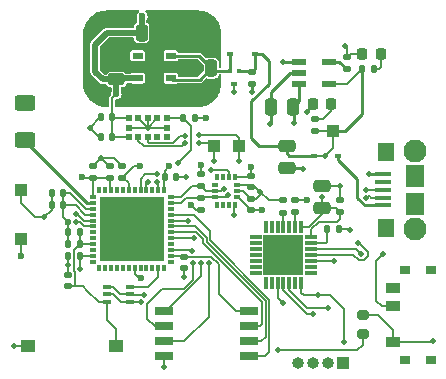
<source format=gbr>
%TF.GenerationSoftware,KiCad,Pcbnew,(6.0.0)*%
%TF.CreationDate,2022-05-30T17:20:12+01:00*%
%TF.ProjectId,Tracer,54726163-6572-42e6-9b69-6361645f7063,E*%
%TF.SameCoordinates,Original*%
%TF.FileFunction,Copper,L1,Top*%
%TF.FilePolarity,Positive*%
%FSLAX46Y46*%
G04 Gerber Fmt 4.6, Leading zero omitted, Abs format (unit mm)*
G04 Created by KiCad (PCBNEW (6.0.0)) date 2022-05-30 17:20:12*
%MOMM*%
%LPD*%
G01*
G04 APERTURE LIST*
G04 Aperture macros list*
%AMRoundRect*
0 Rectangle with rounded corners*
0 $1 Rounding radius*
0 $2 $3 $4 $5 $6 $7 $8 $9 X,Y pos of 4 corners*
0 Add a 4 corners polygon primitive as box body*
4,1,4,$2,$3,$4,$5,$6,$7,$8,$9,$2,$3,0*
0 Add four circle primitives for the rounded corners*
1,1,$1+$1,$2,$3*
1,1,$1+$1,$4,$5*
1,1,$1+$1,$6,$7*
1,1,$1+$1,$8,$9*
0 Add four rect primitives between the rounded corners*
20,1,$1+$1,$2,$3,$4,$5,0*
20,1,$1+$1,$4,$5,$6,$7,0*
20,1,$1+$1,$6,$7,$8,$9,0*
20,1,$1+$1,$8,$9,$2,$3,0*%
G04 Aperture macros list end*
%TA.AperFunction,SMDPad,CuDef*%
%ADD10RoundRect,0.140000X-0.140000X-0.170000X0.140000X-0.170000X0.140000X0.170000X-0.140000X0.170000X0*%
%TD*%
%TA.AperFunction,SMDPad,CuDef*%
%ADD11RoundRect,0.135000X0.135000X0.185000X-0.135000X0.185000X-0.135000X-0.185000X0.135000X-0.185000X0*%
%TD*%
%TA.AperFunction,SMDPad,CuDef*%
%ADD12RoundRect,0.140000X0.170000X-0.140000X0.170000X0.140000X-0.170000X0.140000X-0.170000X-0.140000X0*%
%TD*%
%TA.AperFunction,SMDPad,CuDef*%
%ADD13RoundRect,0.250000X0.475000X-0.250000X0.475000X0.250000X-0.475000X0.250000X-0.475000X-0.250000X0*%
%TD*%
%TA.AperFunction,SMDPad,CuDef*%
%ADD14RoundRect,0.250000X0.250000X0.475000X-0.250000X0.475000X-0.250000X-0.475000X0.250000X-0.475000X0*%
%TD*%
%TA.AperFunction,SMDPad,CuDef*%
%ADD15R,0.600000X0.450000*%
%TD*%
%TA.AperFunction,SMDPad,CuDef*%
%ADD16R,0.400000X0.450000*%
%TD*%
%TA.AperFunction,SMDPad,CuDef*%
%ADD17R,0.500000X0.450000*%
%TD*%
%TA.AperFunction,SMDPad,CuDef*%
%ADD18RoundRect,0.135000X-0.135000X-0.185000X0.135000X-0.185000X0.135000X0.185000X-0.135000X0.185000X0*%
%TD*%
%TA.AperFunction,SMDPad,CuDef*%
%ADD19RoundRect,0.250000X-0.250000X-0.475000X0.250000X-0.475000X0.250000X0.475000X-0.250000X0.475000X0*%
%TD*%
%TA.AperFunction,SMDPad,CuDef*%
%ADD20R,0.500000X0.500000*%
%TD*%
%TA.AperFunction,SMDPad,CuDef*%
%ADD21RoundRect,0.135000X-0.185000X0.135000X-0.185000X-0.135000X0.185000X-0.135000X0.185000X0.135000X0*%
%TD*%
%TA.AperFunction,SMDPad,CuDef*%
%ADD22R,0.350000X0.575000*%
%TD*%
%TA.AperFunction,SMDPad,CuDef*%
%ADD23R,0.575000X0.350000*%
%TD*%
%TA.AperFunction,SMDPad,CuDef*%
%ADD24R,1.350000X0.400000*%
%TD*%
%TA.AperFunction,ComponentPad*%
%ADD25C,1.950000*%
%TD*%
%TA.AperFunction,SMDPad,CuDef*%
%ADD26R,1.400000X1.600000*%
%TD*%
%TA.AperFunction,SMDPad,CuDef*%
%ADD27R,1.600000X1.900000*%
%TD*%
%TA.AperFunction,SMDPad,CuDef*%
%ADD28R,1.200000X0.600000*%
%TD*%
%TA.AperFunction,SMDPad,CuDef*%
%ADD29R,1.000000X1.000000*%
%TD*%
%TA.AperFunction,SMDPad,CuDef*%
%ADD30RoundRect,0.140000X0.140000X0.170000X-0.140000X0.170000X-0.140000X-0.170000X0.140000X-0.170000X0*%
%TD*%
%TA.AperFunction,SMDPad,CuDef*%
%ADD31RoundRect,0.218750X-0.218750X-0.256250X0.218750X-0.256250X0.218750X0.256250X-0.218750X0.256250X0*%
%TD*%
%TA.AperFunction,ComponentPad*%
%ADD32R,1.000000X1.000000*%
%TD*%
%TA.AperFunction,ComponentPad*%
%ADD33O,1.000000X1.000000*%
%TD*%
%TA.AperFunction,SMDPad,CuDef*%
%ADD34RoundRect,0.135000X0.185000X-0.135000X0.185000X0.135000X-0.185000X0.135000X-0.185000X-0.135000X0*%
%TD*%
%TA.AperFunction,SMDPad,CuDef*%
%ADD35RoundRect,0.140000X-0.170000X0.140000X-0.170000X-0.140000X0.170000X-0.140000X0.170000X0.140000X0*%
%TD*%
%TA.AperFunction,SMDPad,CuDef*%
%ADD36R,1.250000X0.900000*%
%TD*%
%TA.AperFunction,SMDPad,CuDef*%
%ADD37R,0.900000X0.800000*%
%TD*%
%TA.AperFunction,SMDPad,CuDef*%
%ADD38R,1.200000X1.000000*%
%TD*%
%TA.AperFunction,SMDPad,CuDef*%
%ADD39R,1.000000X0.300000*%
%TD*%
%TA.AperFunction,SMDPad,CuDef*%
%ADD40R,0.300000X1.000000*%
%TD*%
%TA.AperFunction,SMDPad,CuDef*%
%ADD41R,3.350000X3.350000*%
%TD*%
%TA.AperFunction,SMDPad,CuDef*%
%ADD42RoundRect,0.250000X-0.625000X0.400000X-0.625000X-0.400000X0.625000X-0.400000X0.625000X0.400000X0*%
%TD*%
%TA.AperFunction,SMDPad,CuDef*%
%ADD43R,0.650000X0.400000*%
%TD*%
%TA.AperFunction,SMDPad,CuDef*%
%ADD44R,0.550000X0.350000*%
%TD*%
%TA.AperFunction,SMDPad,CuDef*%
%ADD45R,0.350000X0.550000*%
%TD*%
%TA.AperFunction,SMDPad,CuDef*%
%ADD46R,5.500000X5.500000*%
%TD*%
%TA.AperFunction,SMDPad,CuDef*%
%ADD47RoundRect,0.200000X-0.275000X0.200000X-0.275000X-0.200000X0.275000X-0.200000X0.275000X0.200000X0*%
%TD*%
%TA.AperFunction,SMDPad,CuDef*%
%ADD48R,0.900000X0.600000*%
%TD*%
%TA.AperFunction,SMDPad,CuDef*%
%ADD49R,1.650000X0.650000*%
%TD*%
%TA.AperFunction,ViaPad*%
%ADD50C,0.500000*%
%TD*%
%TA.AperFunction,ViaPad*%
%ADD51C,0.600000*%
%TD*%
%TA.AperFunction,Conductor*%
%ADD52C,0.150000*%
%TD*%
%TA.AperFunction,Conductor*%
%ADD53C,0.250000*%
%TD*%
%TA.AperFunction,Conductor*%
%ADD54C,0.200000*%
%TD*%
%TA.AperFunction,Conductor*%
%ADD55C,0.500000*%
%TD*%
%TA.AperFunction,Conductor*%
%ADD56C,0.293770*%
%TD*%
G04 APERTURE END LIST*
D10*
%TO.P,C15,1*%
%TO.N,+3V3*%
X142320000Y-95100000D03*
%TO.P,C15,2*%
%TO.N,GND*%
X143280000Y-95100000D03*
%TD*%
D11*
%TO.P,R10,1*%
%TO.N,RST*%
X135110000Y-99750000D03*
%TO.P,R10,2*%
%TO.N,+3V3*%
X134090000Y-99750000D03*
%TD*%
D12*
%TO.P,C1,1*%
%TO.N,+3V3*%
X149600000Y-97900000D03*
%TO.P,C1,2*%
%TO.N,GND*%
X149600000Y-96940000D03*
%TD*%
D13*
%TO.P,C16,1*%
%TO.N,+3V3*%
X138195000Y-86850000D03*
%TO.P,C16,2*%
%TO.N,GND*%
X138195000Y-84950000D03*
%TD*%
D14*
%TO.P,C5,1*%
%TO.N,Net-(BT1-Pad1)*%
X153155000Y-89200000D03*
%TO.P,C5,2*%
%TO.N,GND*%
X151255000Y-89200000D03*
%TD*%
D15*
%TO.P,D1,1,K*%
%TO.N,VUSB*%
X154900000Y-93300000D03*
%TO.P,D1,2,A*%
%TO.N,Net-(D1-Pad2)*%
X157000000Y-93300000D03*
%TD*%
D16*
%TO.P,Q2,1,G*%
%TO.N,VUSB*%
X148600000Y-86125000D03*
%TO.P,Q2,2,S*%
%TO.N,VBUS*%
X147800000Y-86125000D03*
D17*
%TO.P,Q2,3,D*%
%TO.N,+BATT*%
X148200000Y-87275000D03*
%TD*%
D18*
%TO.P,R7,1*%
%TO.N,+3V3*%
X134090000Y-100750000D03*
%TO.P,R7,2*%
%TO.N,RST*%
X135110000Y-100750000D03*
%TD*%
D13*
%TO.P,C3,1*%
%TO.N,GND*%
X152650000Y-94350000D03*
%TO.P,C3,2*%
%TO.N,VUSB*%
X152650000Y-92450000D03*
%TD*%
D19*
%TO.P,C6,1*%
%TO.N,+3V3*%
X140345000Y-82900000D03*
%TO.P,C6,2*%
%TO.N,GND*%
X142245000Y-82900000D03*
%TD*%
D20*
%TO.P,IC4,1,AVDDVCSEL*%
%TO.N,+3V3*%
X139250000Y-90131885D03*
%TO.P,IC4,2,AVSSVCSEL*%
%TO.N,GND*%
X140050000Y-90131885D03*
%TO.P,IC4,3,GND*%
X140850000Y-90131885D03*
%TO.P,IC4,4,GND2*%
X141650000Y-90131885D03*
%TO.P,IC4,5,XSHUT*%
%TO.N,GPIO19*%
X142450000Y-90131885D03*
%TO.P,IC4,6,GND3*%
%TO.N,GND*%
X142450000Y-90931885D03*
%TO.P,IC4,7,GPIO1*%
%TO.N,unconnected-(IC4-Pad7)*%
X142450000Y-91731885D03*
%TO.P,IC4,8,DNC*%
%TO.N,unconnected-(IC4-Pad8)*%
X141650000Y-91731885D03*
%TO.P,IC4,9,SDA*%
%TO.N,GPIO18*%
X140850000Y-91731885D03*
%TO.P,IC4,10,SCL*%
%TO.N,GPIO23*%
X140050000Y-91731885D03*
%TO.P,IC4,11,AVDD*%
%TO.N,+3V3*%
X139250000Y-91731885D03*
%TO.P,IC4,12,GND4*%
%TO.N,GND*%
X139250000Y-90931885D03*
%TD*%
D21*
%TO.P,R12,1*%
%TO.N,+3V3*%
X153350000Y-97090000D03*
%TO.P,R12,2*%
%TO.N,Net-(IC8-Pad9)*%
X153350000Y-98110000D03*
%TD*%
D22*
%TO.P,IC1,1,SDO/SA0*%
%TO.N,unconnected-(IC1-Pad1)*%
X146750000Y-97463000D03*
%TO.P,IC1,2,SDX*%
%TO.N,unconnected-(IC1-Pad2)*%
X147250000Y-97463000D03*
%TO.P,IC1,3,SCX*%
%TO.N,unconnected-(IC1-Pad3)*%
X147750000Y-97463000D03*
%TO.P,IC1,4,INT1*%
%TO.N,GPIO37*%
X148250000Y-97463000D03*
D23*
%TO.P,IC1,5,VDDIO*%
%TO.N,+3V3*%
X148412000Y-96800000D03*
%TO.P,IC1,6,GND_1*%
%TO.N,GND*%
X148412000Y-96300000D03*
%TO.P,IC1,7,GND_2*%
X148412000Y-95800000D03*
D22*
%TO.P,IC1,8,VDD*%
%TO.N,+3V3*%
X148250000Y-95137000D03*
%TO.P,IC1,9,INT2*%
%TO.N,GPIO36*%
X147750000Y-95137000D03*
%TO.P,IC1,10,NC_1*%
%TO.N,unconnected-(IC1-Pad10)*%
X147250000Y-95137000D03*
%TO.P,IC1,11,NC_2*%
%TO.N,unconnected-(IC1-Pad11)*%
X146750000Y-95137000D03*
D23*
%TO.P,IC1,12,CS*%
%TO.N,unconnected-(IC1-Pad12)*%
X146588000Y-95800000D03*
%TO.P,IC1,13,SCL*%
%TO.N,GPIO23*%
X146588000Y-96300000D03*
%TO.P,IC1,14,SDA*%
%TO.N,GPIO18*%
X146588000Y-96800000D03*
%TD*%
D24*
%TO.P,J1,1,VBUS*%
%TO.N,Net-(D1-Pad2)*%
X160800000Y-97500000D03*
%TO.P,J1,2,D-*%
%TO.N,D-*%
X160800000Y-96850000D03*
%TO.P,J1,3,D+*%
%TO.N,D+*%
X160800000Y-96200000D03*
%TO.P,J1,4,NC*%
%TO.N,unconnected-(J1-Pad4)*%
X160800000Y-95550000D03*
%TO.P,J1,5,GND*%
%TO.N,GND*%
X160800000Y-94900000D03*
D25*
%TO.P,J1,MH1,MH1*%
%TO.N,unconnected-(J1-PadMH1)*%
X163475000Y-99500000D03*
%TO.P,J1,MH2,MH2*%
%TO.N,unconnected-(J1-PadMH2)*%
X163475000Y-92900000D03*
D26*
%TO.P,J1,MP1,MP1*%
%TO.N,unconnected-(J1-PadMP1)*%
X161025000Y-99400000D03*
D27*
%TO.P,J1,MP2,MP2*%
%TO.N,unconnected-(J1-PadMP2)*%
X163475000Y-97400000D03*
%TO.P,J1,MP3,MP3*%
%TO.N,unconnected-(J1-PadMP3)*%
X163475000Y-95000000D03*
D26*
%TO.P,J1,MP4,MP4*%
%TO.N,unconnected-(J1-PadMP4)*%
X161025000Y-93000000D03*
%TD*%
D28*
%TO.P,IC5,1,CHRG*%
%TO.N,Net-(D4-Pad1)*%
X153705000Y-85350000D03*
%TO.P,IC5,2,GND*%
%TO.N,GND*%
X153705000Y-86300000D03*
%TO.P,IC5,3,VBAT*%
%TO.N,Net-(BT1-Pad1)*%
X153705000Y-87250000D03*
%TO.P,IC5,4,VCC*%
%TO.N,VUSB*%
X156205000Y-87250000D03*
%TO.P,IC5,5,PROG*%
%TO.N,Net-(IC5-Pad5)*%
X156205000Y-85350000D03*
%TD*%
D18*
%TO.P,R16,1*%
%TO.N,GPIO19*%
X143840000Y-90150000D03*
%TO.P,R16,2*%
%TO.N,+3V3*%
X144860000Y-90150000D03*
%TD*%
D11*
%TO.P,R2,1*%
%TO.N,Net-(D2-Pad2)*%
X160010000Y-86000000D03*
%TO.P,R2,2*%
%TO.N,VUSB*%
X158990000Y-86000000D03*
%TD*%
D12*
%TO.P,C7,1*%
%TO.N,RST*%
X134100000Y-104360000D03*
%TO.P,C7,2*%
%TO.N,GND*%
X134100000Y-103400000D03*
%TD*%
%TO.P,C10,1*%
%TO.N,+3V3*%
X137700000Y-95180000D03*
%TO.P,C10,2*%
%TO.N,GND*%
X137700000Y-94220000D03*
%TD*%
%TO.P,C14,1*%
%TO.N,+3V3*%
X138700000Y-95180000D03*
%TO.P,C14,2*%
%TO.N,GND*%
X138700000Y-94220000D03*
%TD*%
D29*
%TO.P,TP3,1,1*%
%TO.N,GPIO23*%
X146500000Y-92500000D03*
%TD*%
D13*
%TO.P,C18,1*%
%TO.N,VUSB*%
X155600000Y-97750000D03*
%TO.P,C18,2*%
%TO.N,GND*%
X155600000Y-95850000D03*
%TD*%
D12*
%TO.P,C13,1*%
%TO.N,+3V3*%
X136200000Y-95180000D03*
%TO.P,C13,2*%
%TO.N,GND*%
X136200000Y-94220000D03*
%TD*%
D30*
%TO.P,C20,1*%
%TO.N,+3V3*%
X137830000Y-91750000D03*
%TO.P,C20,2*%
%TO.N,GND*%
X136870000Y-91750000D03*
%TD*%
D31*
%TO.P,D2,1,K*%
%TO.N,GND*%
X159012500Y-84700000D03*
%TO.P,D2,2,A*%
%TO.N,Net-(D2-Pad2)*%
X160587500Y-84700000D03*
%TD*%
D32*
%TO.P,J2,1,Pin_1*%
%TO.N,DTR*%
X157400000Y-110900000D03*
D33*
%TO.P,J2,2,Pin_2*%
%TO.N,U0RXD*%
X156130000Y-110900000D03*
%TO.P,J2,3,Pin_3*%
%TO.N,U0TXD*%
X154860000Y-110900000D03*
%TO.P,J2,4,Pin_4*%
%TO.N,RTS*%
X153590000Y-110900000D03*
%TD*%
D21*
%TO.P,R4,1*%
%TO.N,+3V3*%
X145400000Y-94890000D03*
%TO.P,R4,2*%
%TO.N,GPIO23*%
X145400000Y-95910000D03*
%TD*%
D34*
%TO.P,R6,1*%
%TO.N,Net-(IC5-Pad5)*%
X157700000Y-86000000D03*
%TO.P,R6,2*%
%TO.N,GND*%
X157700000Y-84980000D03*
%TD*%
D29*
%TO.P,TP11,1,1*%
%TO.N,GND*%
X130100000Y-96200000D03*
%TD*%
%TO.P,TP6,1,1*%
%TO.N,+3V3*%
X130100000Y-100400000D03*
%TD*%
D34*
%TO.P,R3,1*%
%TO.N,VUSB*%
X155000000Y-91210000D03*
%TO.P,R3,2*%
%TO.N,Net-(D4-Pad2)*%
X155000000Y-90190000D03*
%TD*%
D35*
%TO.P,C2,1*%
%TO.N,+3V3*%
X149600000Y-95020000D03*
%TO.P,C2,2*%
%TO.N,GND*%
X149600000Y-95980000D03*
%TD*%
D36*
%TO.P,S2,1,A*%
%TO.N,unconnected-(S2-Pad1)*%
X161625000Y-104550000D03*
%TO.P,S2,2,B*%
%TO.N,Net-(BT1-Pad1)*%
X161625000Y-106050000D03*
%TO.P,S2,3,C*%
%TO.N,+BATT*%
X161625000Y-109050000D03*
D37*
%TO.P,S2,MP1,MP1*%
%TO.N,unconnected-(S2-PadMP1)*%
X164800000Y-103000000D03*
%TO.P,S2,MP2,MP2*%
%TO.N,unconnected-(S2-PadMP2)*%
X162600000Y-103000000D03*
%TO.P,S2,MP3,MP3*%
%TO.N,unconnected-(S2-PadMP3)*%
X162600000Y-110600000D03*
%TO.P,S2,MP4,MP4*%
%TO.N,unconnected-(S2-PadMP4)*%
X164800000Y-110600000D03*
%TD*%
D38*
%TO.P,S1,1,1*%
%TO.N,RST*%
X138150000Y-109400000D03*
%TO.P,S1,2,2*%
%TO.N,GND*%
X130750000Y-109400000D03*
%TD*%
D31*
%TO.P,D4,1,K*%
%TO.N,Net-(D4-Pad1)*%
X154812500Y-88900000D03*
%TO.P,D4,2,A*%
%TO.N,Net-(D4-Pad2)*%
X156387500Y-88900000D03*
%TD*%
D15*
%TO.P,D3,1,K*%
%TO.N,VBUS*%
X147850000Y-84700000D03*
%TO.P,D3,2,A*%
%TO.N,VUSB*%
X149950000Y-84700000D03*
%TD*%
D34*
%TO.P,R1,1*%
%TO.N,GND*%
X149700000Y-87210000D03*
%TO.P,R1,2*%
%TO.N,VUSB*%
X149700000Y-86190000D03*
%TD*%
D30*
%TO.P,C19,1*%
%TO.N,+3V3*%
X137830000Y-90050000D03*
%TO.P,C19,2*%
%TO.N,GND*%
X136870000Y-90050000D03*
%TD*%
D39*
%TO.P,IC8,1,DCD*%
%TO.N,unconnected-(IC8-Pad1)*%
X154700000Y-103200000D03*
%TO.P,IC8,2,RI_/_CLK*%
%TO.N,unconnected-(IC8-Pad2)*%
X154700000Y-102700000D03*
%TO.P,IC8,3,GND_1*%
%TO.N,GND*%
X154700000Y-102200000D03*
%TO.P,IC8,4,D+*%
%TO.N,D+*%
X154700000Y-101700000D03*
%TO.P,IC8,5,D-*%
%TO.N,D-*%
X154700000Y-101200000D03*
%TO.P,IC8,6,VDD*%
%TO.N,Net-(C17-Pad1)*%
X154700000Y-100700000D03*
%TO.P,IC8,7,VREGIN*%
%TO.N,VUSB*%
X154700000Y-100200000D03*
D40*
%TO.P,IC8,8,VBUS*%
X153850000Y-99350000D03*
%TO.P,IC8,9,RSTB*%
%TO.N,Net-(IC8-Pad9)*%
X153350000Y-99350000D03*
%TO.P,IC8,10,NC*%
%TO.N,unconnected-(IC8-Pad10)*%
X152850000Y-99350000D03*
%TO.P,IC8,11,SUSPENDB*%
%TO.N,Net-(IC8-Pad11)*%
X152350000Y-99350000D03*
%TO.P,IC8,12,SUSPEND*%
%TO.N,unconnected-(IC8-Pad12)*%
X151850000Y-99350000D03*
%TO.P,IC8,13,CHREN*%
%TO.N,unconnected-(IC8-Pad13)*%
X151350000Y-99350000D03*
%TO.P,IC8,14,CHR1*%
%TO.N,unconnected-(IC8-Pad14)*%
X150850000Y-99350000D03*
D39*
%TO.P,IC8,15,CHR0*%
%TO.N,unconnected-(IC8-Pad15)*%
X150000000Y-100200000D03*
%TO.P,IC8,16,GPIO.3_/_WAKEUP*%
%TO.N,unconnected-(IC8-Pad16)*%
X150000000Y-100700000D03*
%TO.P,IC8,17,GPIO.2_/_RS485*%
%TO.N,unconnected-(IC8-Pad17)*%
X150000000Y-101200000D03*
%TO.P,IC8,18,GPIO.1_/_RXT*%
%TO.N,unconnected-(IC8-Pad18)*%
X150000000Y-101700000D03*
%TO.P,IC8,19,GPIO.0_/_TXT*%
%TO.N,unconnected-(IC8-Pad19)*%
X150000000Y-102200000D03*
%TO.P,IC8,20,GPIO.6*%
%TO.N,unconnected-(IC8-Pad20)*%
X150000000Y-102700000D03*
%TO.P,IC8,21,GPIO.5*%
%TO.N,unconnected-(IC8-Pad21)*%
X150000000Y-103200000D03*
D40*
%TO.P,IC8,22,GPIO.4*%
%TO.N,unconnected-(IC8-Pad22)*%
X150850000Y-104050000D03*
%TO.P,IC8,23,CTS*%
%TO.N,unconnected-(IC8-Pad23)*%
X151350000Y-104050000D03*
%TO.P,IC8,24,RTS*%
%TO.N,RTS*%
X151850000Y-104050000D03*
%TO.P,IC8,25,RXD*%
%TO.N,U0TXD*%
X152350000Y-104050000D03*
%TO.P,IC8,26,TXD*%
%TO.N,U0RXD*%
X152850000Y-104050000D03*
%TO.P,IC8,27,DSR*%
%TO.N,unconnected-(IC8-Pad27)*%
X153350000Y-104050000D03*
%TO.P,IC8,28,DTR*%
%TO.N,DTR*%
X153850000Y-104050000D03*
D41*
%TO.P,IC8,29,GND_2*%
%TO.N,GND*%
X152350000Y-101700000D03*
%TD*%
D30*
%TO.P,C12,1*%
%TO.N,+3V3*%
X133680000Y-96500000D03*
%TO.P,C12,2*%
%TO.N,GND*%
X132720000Y-96500000D03*
%TD*%
D42*
%TO.P,AE1,1,FEED*%
%TO.N,unconnected-(AE1-Pad1)*%
X130500000Y-88850000D03*
%TO.P,AE1,2,PCB_Trace*%
%TO.N,ANT*%
X130500000Y-91950000D03*
%TD*%
D11*
%TO.P,R9,1*%
%TO.N,GPIO35*%
X135110000Y-101800000D03*
%TO.P,R9,2*%
%TO.N,GND*%
X134090000Y-101800000D03*
%TD*%
D43*
%TO.P,Q1,1,E2*%
%TO.N,RTS*%
X139350000Y-105700000D03*
%TO.P,Q1,2,B2*%
%TO.N,DTR*%
X139350000Y-105050000D03*
%TO.P,Q1,3,C1*%
%TO.N,GPIO0*%
X139350000Y-104400000D03*
%TO.P,Q1,4,E1*%
%TO.N,DTR*%
X137450000Y-104400000D03*
%TO.P,Q1,5,B1*%
%TO.N,RTS*%
X137450000Y-105050000D03*
%TO.P,Q1,6,C2*%
%TO.N,RST*%
X137450000Y-105700000D03*
%TD*%
D44*
%TO.P,IC3,1,VDDA_1*%
%TO.N,+3V3*%
X136200000Y-96800000D03*
%TO.P,IC3,2,LNA_IN*%
%TO.N,ANT*%
X136200000Y-97300000D03*
%TO.P,IC3,3,VDDA3P3_1*%
%TO.N,+3V3*%
X136200000Y-97800000D03*
%TO.P,IC3,4,VDDA3P3_2*%
X136200000Y-98300000D03*
%TO.P,IC3,5,SENSOR_VP*%
%TO.N,GPIO36*%
X136200000Y-98800000D03*
%TO.P,IC3,6,SENSOR_CAPP*%
%TO.N,GPIO37*%
X136200000Y-99300000D03*
%TO.P,IC3,7,SENSOR_CAPN*%
%TO.N,GPIO38*%
X136200000Y-99800000D03*
%TO.P,IC3,8,SENSOR_VN*%
%TO.N,GPIO39*%
X136200000Y-100300000D03*
%TO.P,IC3,9,EN*%
%TO.N,RST*%
X136200000Y-100800000D03*
%TO.P,IC3,10,IO34*%
%TO.N,STAT*%
X136200000Y-101300000D03*
%TO.P,IC3,11,IO35*%
%TO.N,GPIO35*%
X136200000Y-101800000D03*
%TO.P,IC3,12,IO32*%
%TO.N,GPIO32*%
X136200000Y-102300000D03*
D45*
%TO.P,IC3,13,IO33*%
%TO.N,GPIO33*%
X136750000Y-102850000D03*
%TO.P,IC3,14,IO25*%
%TO.N,GPIO25*%
X137250000Y-102850000D03*
%TO.P,IC3,15,IO26*%
%TO.N,GPIO26*%
X137750000Y-102850000D03*
%TO.P,IC3,16,IO27*%
%TO.N,GPIO27*%
X138250000Y-102850000D03*
%TO.P,IC3,17,IO14*%
%TO.N,GPIO14*%
X138750000Y-102850000D03*
%TO.P,IC3,18,IO12*%
%TO.N,GPIO12*%
X139250000Y-102850000D03*
%TO.P,IC3,19,VDD3P3_RTC*%
%TO.N,+3V3*%
X139750000Y-102850000D03*
%TO.P,IC3,20,IO13*%
%TO.N,GPIO13*%
X140250000Y-102850000D03*
%TO.P,IC3,21,IO15*%
%TO.N,GPIO15*%
X140750000Y-102850000D03*
%TO.P,IC3,22,IO2*%
%TO.N,GPIO2*%
X141250000Y-102850000D03*
%TO.P,IC3,23,IO0*%
%TO.N,GPIO0*%
X141750000Y-102850000D03*
%TO.P,IC3,24,IO4*%
%TO.N,GPIO4*%
X142250000Y-102850000D03*
D44*
%TO.P,IC3,25,IO16*%
%TO.N,GPIO16*%
X142800000Y-102300000D03*
%TO.P,IC3,26,VDD_SDIO_NC*%
%TO.N,VDDSDIO*%
X142800000Y-101800000D03*
%TO.P,IC3,27,IO17*%
%TO.N,GPIO17*%
X142800000Y-101300000D03*
%TO.P,IC3,28,SD2*%
%TO.N,GPIO9*%
X142800000Y-100800000D03*
%TO.P,IC3,29,SD3*%
%TO.N,GPIO10*%
X142800000Y-100300000D03*
%TO.P,IC3,30,CMD*%
%TO.N,GPIO11*%
X142800000Y-99800000D03*
%TO.P,IC3,31,CLK*%
%TO.N,CLK*%
X142800000Y-99300000D03*
%TO.P,IC3,32,SD0*%
%TO.N,GPIO7*%
X142800000Y-98800000D03*
%TO.P,IC3,33,SD1*%
%TO.N,GPIO8*%
X142800000Y-98300000D03*
%TO.P,IC3,34,IO5*%
%TO.N,GPIO5*%
X142800000Y-97800000D03*
%TO.P,IC3,35,IO18*%
%TO.N,GPIO18*%
X142800000Y-97300000D03*
%TO.P,IC3,36,IO23*%
%TO.N,GPIO23*%
X142800000Y-96800000D03*
D45*
%TO.P,IC3,37,VDD3P3_CPU*%
%TO.N,+3V3*%
X142250000Y-96250000D03*
%TO.P,IC3,38,IO19*%
%TO.N,GPIO19*%
X141750000Y-96250000D03*
%TO.P,IC3,39,IO22*%
%TO.N,GPIO22*%
X141250000Y-96250000D03*
%TO.P,IC3,40,U0RXD*%
%TO.N,U0RXD*%
X140750000Y-96250000D03*
%TO.P,IC3,41,U0TXD*%
%TO.N,U0TXD*%
X140250000Y-96250000D03*
%TO.P,IC3,42,IO21*%
%TO.N,GPIO21*%
X139750000Y-96250000D03*
%TO.P,IC3,43,VDDA_2*%
%TO.N,+3V3*%
X139250000Y-96250000D03*
%TO.P,IC3,44,XTAL_N_NC*%
%TO.N,unconnected-(IC3-Pad44)*%
X138750000Y-96250000D03*
%TO.P,IC3,45,XTAL_P_NC*%
%TO.N,unconnected-(IC3-Pad45)*%
X138250000Y-96250000D03*
%TO.P,IC3,46,VDDA_3*%
%TO.N,+3V3*%
X137750000Y-96250000D03*
%TO.P,IC3,47,CAP2_NC*%
%TO.N,unconnected-(IC3-Pad47)*%
X137250000Y-96250000D03*
%TO.P,IC3,48,CAP1_NC*%
%TO.N,unconnected-(IC3-Pad48)*%
X136750000Y-96250000D03*
D46*
%TO.P,IC3,49,GND*%
%TO.N,GND*%
X139494000Y-99537000D03*
%TD*%
D10*
%TO.P,C17,1*%
%TO.N,Net-(C17-Pad1)*%
X156070000Y-99550000D03*
%TO.P,C17,2*%
%TO.N,GND*%
X157030000Y-99550000D03*
%TD*%
D34*
%TO.P,R5,1*%
%TO.N,+3V3*%
X145400000Y-97920000D03*
%TO.P,R5,2*%
%TO.N,GPIO18*%
X145400000Y-96900000D03*
%TD*%
D12*
%TO.P,C8,1*%
%TO.N,VUSB*%
X157100000Y-98060000D03*
%TO.P,C8,2*%
%TO.N,GND*%
X157100000Y-97100000D03*
%TD*%
D29*
%TO.P,TP4,1,1*%
%TO.N,GPIO18*%
X148600000Y-92500000D03*
%TD*%
D14*
%TO.P,C4,1*%
%TO.N,VBUS*%
X146245000Y-85900000D03*
%TO.P,C4,2*%
%TO.N,GND*%
X144345000Y-85900000D03*
%TD*%
D47*
%TO.P,R8,1*%
%TO.N,+BATT*%
X159100000Y-106775000D03*
%TO.P,R8,2*%
%TO.N,GPIO35*%
X159100000Y-108425000D03*
%TD*%
D48*
%TO.P,IC6,1,VIN*%
%TO.N,VBUS*%
X142795000Y-86750000D03*
%TO.P,IC6,2,VSS*%
%TO.N,GND*%
X142795000Y-85800000D03*
%TO.P,IC6,3,CE*%
%TO.N,VBUS*%
X142795000Y-84850000D03*
%TO.P,IC6,4,NC*%
%TO.N,unconnected-(IC6-Pad4)*%
X139995000Y-84850000D03*
%TO.P,IC6,5,VOUT*%
%TO.N,+3V3*%
X139995000Y-86750000D03*
%TD*%
D34*
%TO.P,R13,1*%
%TO.N,Net-(IC8-Pad11)*%
X152350000Y-98120000D03*
%TO.P,R13,2*%
%TO.N,GND*%
X152350000Y-97100000D03*
%TD*%
D49*
%TO.P,IC2,1,~{CS}*%
%TO.N,GPIO10*%
X142200000Y-106495000D03*
%TO.P,IC2,2,DO(IO1)*%
%TO.N,GPIO17*%
X142200000Y-107765000D03*
%TO.P,IC2,3,IO2*%
%TO.N,GPIO7*%
X142200000Y-109035000D03*
%TO.P,IC2,4,GND*%
%TO.N,GND*%
X142200000Y-110305000D03*
%TO.P,IC2,5,DI(IO0)*%
%TO.N,GPIO8*%
X149400000Y-110305000D03*
%TO.P,IC2,6,CLK*%
%TO.N,CLK*%
X149400000Y-109035000D03*
%TO.P,IC2,7,IO3*%
%TO.N,GPIO11*%
X149400000Y-107765000D03*
%TO.P,IC2,8,VCC*%
%TO.N,VDDSDIO*%
X149400000Y-106495000D03*
%TD*%
D29*
%TO.P,TP2,1,1*%
%TO.N,VUSB*%
X156550000Y-91200000D03*
%TD*%
D35*
%TO.P,C11,1*%
%TO.N,VDDSDIO*%
X143900000Y-101870000D03*
%TO.P,C11,2*%
%TO.N,GND*%
X143900000Y-102830000D03*
%TD*%
D30*
%TO.P,C9,1*%
%TO.N,+3V3*%
X133680000Y-97500000D03*
%TO.P,C9,2*%
%TO.N,GND*%
X132720000Y-97500000D03*
%TD*%
D50*
%TO.N,+BATT*%
X165000000Y-109000000D03*
X148200000Y-87900000D03*
%TO.N,GND*%
X138000000Y-101100000D03*
X139500000Y-97600000D03*
X138000000Y-99550000D03*
X136135000Y-83080000D03*
X151200000Y-90600000D03*
X146295000Y-88160000D03*
X143755000Y-83080000D03*
X157950000Y-99600000D03*
X151060000Y-102950000D03*
X151060000Y-101680000D03*
X141000000Y-101100000D03*
X149679122Y-87879122D03*
X146295000Y-83080000D03*
X153600000Y-102950000D03*
X152330000Y-100410000D03*
X143900000Y-103600000D03*
X139500000Y-101100000D03*
X140850000Y-90950000D03*
X143755000Y-88160000D03*
X154000000Y-94400000D03*
X135950000Y-90950000D03*
X141000000Y-99550000D03*
X150400000Y-96400000D03*
X134100000Y-102600000D03*
X151060000Y-100410000D03*
X136900000Y-93500000D03*
X141000000Y-97600000D03*
X157600000Y-84000000D03*
X159600000Y-94900000D03*
X152330000Y-102950000D03*
X156600000Y-102250000D03*
X141215000Y-85620000D03*
X142200000Y-111200000D03*
X141215000Y-88160000D03*
X129500000Y-109400000D03*
X157100000Y-95850000D03*
X144100000Y-95100000D03*
X132100000Y-98500000D03*
X152330000Y-101680000D03*
X139500000Y-99550000D03*
X138000000Y-97600000D03*
X153600000Y-101680000D03*
X153600000Y-100410000D03*
X136135000Y-88160000D03*
D51*
%TO.N,+3V3*%
X140200000Y-94200000D03*
X140300000Y-103700000D03*
X142700000Y-94200000D03*
X140395000Y-81500000D03*
X135300000Y-95100000D03*
X154332671Y-97067329D03*
X138195000Y-88100000D03*
X145400000Y-94100000D03*
X134100000Y-98900000D03*
X150500000Y-97900000D03*
X144500000Y-97500000D03*
X130100000Y-101800000D03*
X145750000Y-90150000D03*
X149600000Y-94300000D03*
D50*
%TO.N,GPIO10*%
X145400000Y-102400000D03*
X144800000Y-100300000D03*
%TO.N,GPIO17*%
X144600000Y-101370500D03*
X144700000Y-102369500D03*
%TO.N,GPIO7*%
X144300000Y-98800000D03*
X146049503Y-102400000D03*
%TO.N,GPIO36*%
X146200000Y-94500000D03*
X134800000Y-98250497D03*
%TO.N,GPIO37*%
X134800000Y-98900000D03*
X148200000Y-98300000D03*
%TO.N,VUSB*%
X155600000Y-96800000D03*
X155900000Y-93300000D03*
%TO.N,GPIO18*%
X144025500Y-91600000D03*
X145200000Y-91550497D03*
X148600000Y-93800000D03*
X147634166Y-96656944D03*
%TO.N,GPIO23*%
X147300000Y-96100000D03*
X145200000Y-92200000D03*
X144025500Y-92249503D03*
X146500000Y-93800000D03*
%TO.N,GPIO19*%
X141600000Y-95549503D03*
X143400000Y-93900000D03*
%TO.N,U0RXD*%
X156100000Y-106200000D03*
X140900000Y-95500000D03*
%TO.N,Net-(D4-Pad1)*%
X154300000Y-89600000D03*
X152300000Y-85400000D03*
%TO.N,D+*%
X159300000Y-96200000D03*
X158660506Y-100700000D03*
%TO.N,D-*%
X158925500Y-101650000D03*
X159352334Y-96900000D03*
%TO.N,U0TXD*%
X141600000Y-94900000D03*
X154860000Y-106689022D03*
%TO.N,RTS*%
X152300000Y-105800000D03*
X140294609Y-105716172D03*
%TO.N,DTR*%
X157500000Y-109100000D03*
X140500000Y-105100000D03*
X155300000Y-105100000D03*
%TO.N,GPIO35*%
X135100000Y-102900000D03*
X151900000Y-109800000D03*
%TO.N,Net-(BT1-Pad1)*%
X160800000Y-101600000D03*
X153200000Y-90500000D03*
%TD*%
D52*
%TO.N,+BATT*%
X164925479Y-109074521D02*
X165000000Y-109000000D01*
X161625000Y-109050000D02*
X161649521Y-109074521D01*
X148200000Y-87900000D02*
X148200000Y-87275000D01*
X161625000Y-109050000D02*
X161625000Y-108025000D01*
X161649521Y-109074521D02*
X164925479Y-109074521D01*
X160375000Y-106775000D02*
X159100000Y-106775000D01*
X161625000Y-108025000D02*
X160375000Y-106775000D01*
%TO.N,GND*%
X154700000Y-102200000D02*
X156550000Y-102200000D01*
X157900000Y-99550000D02*
X157950000Y-99600000D01*
X156550000Y-102200000D02*
X156600000Y-102250000D01*
X155600000Y-95850000D02*
X157100000Y-95850000D01*
X136750000Y-91750000D02*
X135950000Y-90950000D01*
X137980000Y-93500000D02*
X136900000Y-93500000D01*
X157700000Y-84100000D02*
X157600000Y-84000000D01*
X134090000Y-102590000D02*
X134100000Y-102600000D01*
X136200000Y-94220000D02*
X136200000Y-94200000D01*
X157100000Y-97100000D02*
X157100000Y-95850000D01*
X149600000Y-95980000D02*
X149980000Y-95980000D01*
X152350000Y-97100000D02*
X151100000Y-97100000D01*
X142450000Y-90931885D02*
X140868115Y-90931885D01*
X137620000Y-94220000D02*
X136900000Y-93500000D01*
X140850000Y-90950000D02*
X141650000Y-90150000D01*
X150060000Y-96940000D02*
X150400000Y-96600000D01*
X138700000Y-94220000D02*
X137980000Y-93500000D01*
X142200000Y-110305000D02*
X142200000Y-111200000D01*
D53*
X152900000Y-86300000D02*
X151255000Y-87945000D01*
X152650000Y-94350000D02*
X153950000Y-94350000D01*
X149700000Y-87900000D02*
X149679122Y-87879122D01*
D52*
X149980000Y-95980000D02*
X150400000Y-96400000D01*
D53*
X153950000Y-94350000D02*
X154000000Y-94400000D01*
D52*
X139250000Y-90931885D02*
X140831885Y-90931885D01*
X136200000Y-94200000D02*
X136900000Y-93500000D01*
X136850000Y-90050000D02*
X135950000Y-90950000D01*
D53*
X151255000Y-89200000D02*
X151255000Y-90545000D01*
D52*
X148412000Y-95800000D02*
X149420000Y-95800000D01*
X140050000Y-90150000D02*
X140850000Y-90950000D01*
D53*
X160800000Y-94900000D02*
X159600000Y-94900000D01*
D52*
X132100000Y-98500000D02*
X131300000Y-98500000D01*
D53*
X151255000Y-87945000D02*
X151255000Y-89200000D01*
D52*
X130750000Y-109400000D02*
X129500000Y-109400000D01*
X157980000Y-84700000D02*
X157700000Y-84980000D01*
X149600000Y-96940000D02*
X150060000Y-96940000D01*
X130100000Y-97300000D02*
X130100000Y-96200000D01*
X131300000Y-98500000D02*
X130100000Y-97300000D01*
X157030000Y-99550000D02*
X157900000Y-99550000D01*
X148960000Y-96300000D02*
X148412000Y-96300000D01*
D53*
X153705000Y-86300000D02*
X152900000Y-86300000D01*
X149700000Y-87210000D02*
X149700000Y-87900000D01*
D52*
X134090000Y-101800000D02*
X134090000Y-102590000D01*
X151100000Y-97100000D02*
X150400000Y-96400000D01*
X149600000Y-96940000D02*
X148960000Y-96300000D01*
X134100000Y-103400000D02*
X134100000Y-102600000D01*
D53*
X151255000Y-90545000D02*
X151200000Y-90600000D01*
D52*
X150400000Y-96600000D02*
X150400000Y-96400000D01*
X132720000Y-97880000D02*
X132100000Y-98500000D01*
X143900000Y-102830000D02*
X143900000Y-103600000D01*
X140850000Y-90131885D02*
X140850000Y-90950000D01*
X157980000Y-84700000D02*
X159012500Y-84700000D01*
X132720000Y-96500000D02*
X132720000Y-97880000D01*
X143280000Y-95100000D02*
X144100000Y-95100000D01*
X157700000Y-84980000D02*
X157700000Y-84100000D01*
D54*
%TO.N,+3V3*%
X134090000Y-99750000D02*
X134090000Y-100750000D01*
X137700000Y-95180000D02*
X137700000Y-96200000D01*
D55*
X140345000Y-81550000D02*
X140395000Y-81500000D01*
D54*
X137830000Y-88465000D02*
X138195000Y-88100000D01*
D55*
X138195000Y-86850000D02*
X138195000Y-88100000D01*
D54*
X139250000Y-90131885D02*
X137911885Y-90131885D01*
X136200000Y-95180000D02*
X137700000Y-95180000D01*
X149600000Y-97900000D02*
X150500000Y-97900000D01*
D55*
X138195000Y-86850000D02*
X137045000Y-86850000D01*
D54*
X137830000Y-90050000D02*
X137830000Y-91750000D01*
X134755919Y-97500000D02*
X133680000Y-97500000D01*
D55*
X136395000Y-86200000D02*
X136395000Y-83900000D01*
D54*
X138780000Y-95180000D02*
X139250000Y-95650000D01*
X142320000Y-95100000D02*
X142320000Y-94580000D01*
X136200000Y-95180000D02*
X135380000Y-95180000D01*
X142320000Y-94580000D02*
X142700000Y-94200000D01*
X135555919Y-98300000D02*
X134755919Y-97500000D01*
X144860000Y-90150000D02*
X145750000Y-90150000D01*
X139750000Y-102850000D02*
X139750000Y-103325000D01*
X135380000Y-95180000D02*
X135300000Y-95100000D01*
X144920000Y-97920000D02*
X144500000Y-97500000D01*
X134090000Y-99750000D02*
X134090000Y-98910000D01*
X136200000Y-97800000D02*
X135600000Y-97800000D01*
X145400000Y-94890000D02*
X145400000Y-94100000D01*
D55*
X137395000Y-82900000D02*
X140345000Y-82900000D01*
D54*
X139680000Y-94200000D02*
X138700000Y-95180000D01*
X145400000Y-97920000D02*
X144920000Y-97920000D01*
X137830000Y-90050000D02*
X137830000Y-88465000D01*
X136200000Y-98300000D02*
X135555919Y-98300000D01*
X148500000Y-96800000D02*
X149600000Y-97900000D01*
D55*
X137045000Y-86850000D02*
X136395000Y-86200000D01*
D54*
X137830000Y-91750000D02*
X139231885Y-91750000D01*
X139250000Y-95650000D02*
X139250000Y-96250000D01*
D55*
X140345000Y-82900000D02*
X140345000Y-81550000D01*
X139995000Y-86750000D02*
X138295000Y-86750000D01*
D54*
X140125000Y-103700000D02*
X140300000Y-103700000D01*
X140200000Y-94200000D02*
X139680000Y-94200000D01*
X149600000Y-95020000D02*
X149600000Y-94300000D01*
X135600000Y-97800000D02*
X134300000Y-96500000D01*
X133680000Y-96500000D02*
X133680000Y-98480000D01*
X142250000Y-96250000D02*
X142250000Y-95170000D01*
X153350000Y-97090000D02*
X154310000Y-97090000D01*
X130100000Y-100400000D02*
X130100000Y-101800000D01*
X134300000Y-96500000D02*
X133680000Y-96500000D01*
X139750000Y-103325000D02*
X140125000Y-103700000D01*
X138700000Y-95180000D02*
X138780000Y-95180000D01*
D55*
X136395000Y-83900000D02*
X137395000Y-82900000D01*
D54*
X154310000Y-97090000D02*
X154332671Y-97067329D01*
X136200000Y-96800000D02*
X136200000Y-95180000D01*
X148250000Y-95137000D02*
X149483000Y-95137000D01*
X134090000Y-98910000D02*
X134100000Y-98900000D01*
X133680000Y-98480000D02*
X134100000Y-98900000D01*
D56*
%TO.N,ANT*%
X136200000Y-97300000D02*
X135700000Y-97300000D01*
X135700000Y-97300000D02*
X130500000Y-92100000D01*
D52*
%TO.N,RST*%
X134600000Y-101260000D02*
X135110000Y-100750000D01*
X138150000Y-107950000D02*
X138150000Y-109400000D01*
X134100000Y-104360000D02*
X134660000Y-104360000D01*
X135750000Y-104750000D02*
X136700000Y-105700000D01*
X134600000Y-103074491D02*
X134660000Y-103134491D01*
X134660000Y-103134491D02*
X134660000Y-104360000D01*
X134600000Y-101260000D02*
X134600000Y-103074491D01*
X136700000Y-105700000D02*
X137450000Y-105700000D01*
X136200000Y-100800000D02*
X135160000Y-100800000D01*
X135360000Y-104360000D02*
X135750000Y-104750000D01*
X134660000Y-104360000D02*
X135360000Y-104360000D01*
X137450000Y-105700000D02*
X137450000Y-107250000D01*
X135110000Y-100750000D02*
X135110000Y-99750000D01*
X137450000Y-107250000D02*
X138150000Y-107950000D01*
D53*
%TO.N,VBUS*%
X145195000Y-84850000D02*
X142795000Y-84850000D01*
X142944520Y-86899520D02*
X145245480Y-86899520D01*
X146245000Y-85900000D02*
X145195000Y-84850000D01*
X147800000Y-86125000D02*
X146470000Y-86125000D01*
X147850000Y-84700000D02*
X147850000Y-86075000D01*
X145245480Y-86899520D02*
X146245000Y-85900000D01*
D52*
%TO.N,Net-(C17-Pad1)*%
X154700000Y-100700000D02*
X155940000Y-100700000D01*
X155940000Y-100700000D02*
X156040000Y-100600000D01*
X156070000Y-100570000D02*
X156040000Y-100600000D01*
X156070000Y-99550000D02*
X156070000Y-100570000D01*
D54*
%TO.N,VDDSDIO*%
X148295000Y-106495000D02*
X146850000Y-105050000D01*
X142800000Y-101800000D02*
X143830000Y-101800000D01*
X146225919Y-101870000D02*
X143900000Y-101870000D01*
X146850000Y-105050000D02*
X146850000Y-102494081D01*
X146850000Y-102494081D02*
X146225919Y-101870000D01*
X149400000Y-106495000D02*
X148295000Y-106495000D01*
D52*
%TO.N,GPIO10*%
X144800000Y-100300000D02*
X142800000Y-100300000D01*
X145400000Y-103523586D02*
X145400000Y-102400000D01*
X142428586Y-106495000D02*
X145400000Y-103523586D01*
%TO.N,GPIO17*%
X142100000Y-104600000D02*
X143900000Y-104600000D01*
X140800000Y-105900000D02*
X142100000Y-104600000D01*
X144600000Y-101370500D02*
X144529500Y-101300000D01*
X141465000Y-107765000D02*
X140800000Y-107100000D01*
X143900000Y-104600000D02*
X144700000Y-103800000D01*
X144700000Y-103800000D02*
X144700000Y-102369500D01*
X140800000Y-107100000D02*
X140800000Y-105900000D01*
X144529500Y-101300000D02*
X142800000Y-101300000D01*
%TO.N,GPIO7*%
X142200000Y-109035000D02*
X143965000Y-109035000D01*
X143965000Y-109035000D02*
X146049503Y-106950497D01*
X144300000Y-98800000D02*
X142800000Y-98800000D01*
X146049503Y-106950497D02*
X146049503Y-102400000D01*
%TO.N,GPIO8*%
X144800000Y-98300000D02*
X142800000Y-98300000D01*
X151150000Y-105487969D02*
X146150000Y-100487969D01*
X151150000Y-109950000D02*
X151150000Y-105487969D01*
X146150000Y-100487969D02*
X146150000Y-99650000D01*
X150795000Y-110305000D02*
X151150000Y-109950000D01*
X149400000Y-110305000D02*
X150795000Y-110305000D01*
X146150000Y-99650000D02*
X144800000Y-98300000D01*
%TO.N,CLK*%
X145844222Y-100605777D02*
X145844222Y-100249575D01*
X150849520Y-108650480D02*
X150849520Y-105611075D01*
X150849520Y-105611075D02*
X145844222Y-100605777D01*
X149400000Y-109035000D02*
X150465000Y-109035000D01*
X145844222Y-100249575D02*
X144894647Y-99300000D01*
X144894647Y-99300000D02*
X142800000Y-99300000D01*
X150465000Y-109035000D02*
X150849520Y-108650480D01*
%TO.N,GPIO11*%
X144971061Y-99800000D02*
X142800000Y-99800000D01*
X150550000Y-105735141D02*
X145500000Y-100685141D01*
X150350000Y-107750000D02*
X150550000Y-107550000D01*
X145500000Y-100328939D02*
X144971061Y-99800000D01*
X145500000Y-100685141D02*
X145500000Y-100328939D01*
X150550000Y-107550000D02*
X150550000Y-105735141D01*
X149415000Y-107750000D02*
X150350000Y-107750000D01*
%TO.N,GPIO36*%
X134874083Y-98250497D02*
X134800000Y-98250497D01*
X134874083Y-98250497D02*
X135423586Y-98800000D01*
X146200000Y-94500000D02*
X147600000Y-94500000D01*
X147600000Y-94500000D02*
X147750000Y-94650000D01*
X147750000Y-94650000D02*
X147750000Y-95137000D01*
X136200000Y-98800000D02*
X135423586Y-98800000D01*
%TO.N,GPIO37*%
X135100000Y-98900000D02*
X135500000Y-99300000D01*
X148200000Y-98300000D02*
X148200000Y-97513000D01*
X135100000Y-98900000D02*
X134800000Y-98900000D01*
X135500000Y-99300000D02*
X136200000Y-99300000D01*
%TO.N,VUSB*%
X155600000Y-97750000D02*
X156790000Y-97750000D01*
D53*
X151100000Y-85300000D02*
X150500000Y-84700000D01*
X149600000Y-91800000D02*
X149600000Y-88700000D01*
D52*
X157100000Y-98700000D02*
X157100000Y-98060000D01*
D53*
X148600000Y-86125000D02*
X149635000Y-86125000D01*
D52*
X156205000Y-87250000D02*
X157740000Y-87250000D01*
D53*
X150500000Y-84700000D02*
X149950000Y-84700000D01*
X150250000Y-92450000D02*
X149600000Y-91800000D01*
D52*
X156790000Y-97750000D02*
X157100000Y-98060000D01*
X155900000Y-93300000D02*
X156550000Y-92650000D01*
D53*
X158990000Y-89810000D02*
X157600000Y-91200000D01*
D52*
X153850000Y-99350000D02*
X154500000Y-99350000D01*
D53*
X152850000Y-93300000D02*
X154900000Y-93300000D01*
D52*
X154700000Y-99550000D02*
X155350000Y-98900000D01*
X155350000Y-98900000D02*
X156900000Y-98900000D01*
X156900000Y-98900000D02*
X157100000Y-98700000D01*
X157740000Y-87250000D02*
X158990000Y-86000000D01*
X155010000Y-91200000D02*
X156550000Y-91200000D01*
D53*
X152650000Y-92450000D02*
X150250000Y-92450000D01*
D52*
X155600000Y-97750000D02*
X155600000Y-96800000D01*
D53*
X152650000Y-92450000D02*
X152650000Y-93100000D01*
D52*
X154700000Y-100200000D02*
X154700000Y-99550000D01*
D53*
X152650000Y-93100000D02*
X152850000Y-93300000D01*
X151100000Y-87200000D02*
X151100000Y-85300000D01*
X149600000Y-88700000D02*
X151100000Y-87200000D01*
X157600000Y-91200000D02*
X156550000Y-91200000D01*
D52*
X156550000Y-92650000D02*
X156550000Y-91200000D01*
X154500000Y-99350000D02*
X155600000Y-98250000D01*
D53*
X158990000Y-86000000D02*
X158990000Y-89810000D01*
D52*
X155900000Y-93300000D02*
X154900000Y-93300000D01*
X155600000Y-98250000D02*
X155600000Y-97750000D01*
D53*
X149950000Y-85940000D02*
X149700000Y-86190000D01*
X149950000Y-84700000D02*
X149950000Y-85940000D01*
D52*
%TO.N,GPIO18*%
X140850000Y-91731885D02*
X140850000Y-92131885D01*
X146588000Y-96800000D02*
X145500000Y-96800000D01*
X146588000Y-96800000D02*
X147491110Y-96800000D01*
X148350497Y-91550497D02*
X148600000Y-91800000D01*
X143600000Y-91600000D02*
X144025500Y-91600000D01*
X148600000Y-91800000D02*
X148600000Y-92500000D01*
X140850000Y-92131885D02*
X140924511Y-92206396D01*
X147491110Y-96800000D02*
X147634166Y-96656944D01*
X143700000Y-97300000D02*
X144100000Y-96900000D01*
X144100000Y-96900000D02*
X145400000Y-96900000D01*
X142800000Y-97300000D02*
X143700000Y-97300000D01*
X148600000Y-93800000D02*
X148600000Y-92500000D01*
X140924511Y-92206396D02*
X142993604Y-92206396D01*
X145200000Y-91550497D02*
X148350497Y-91550497D01*
X142993604Y-92206396D02*
X143600000Y-91600000D01*
%TO.N,GPIO23*%
X144590000Y-95910000D02*
X145400000Y-95910000D01*
X144025500Y-92249503D02*
X143769087Y-92505916D01*
X145790000Y-96300000D02*
X146588000Y-96300000D01*
X145200000Y-92200000D02*
X146200000Y-92200000D01*
X143769087Y-92505916D02*
X140505916Y-92505916D01*
X146500000Y-93800000D02*
X146500000Y-92500000D01*
X142800000Y-96800000D02*
X143700000Y-96800000D01*
X147100000Y-96300000D02*
X147300000Y-96100000D01*
X146588000Y-96300000D02*
X147100000Y-96300000D01*
X140050000Y-92050000D02*
X140050000Y-91731885D01*
X143700000Y-96800000D02*
X144590000Y-95910000D01*
X145400000Y-95910000D02*
X145790000Y-96300000D01*
X140505916Y-92505916D02*
X140050000Y-92050000D01*
%TO.N,GPIO19*%
X141750000Y-96250000D02*
X141750000Y-95699503D01*
X144500000Y-90810000D02*
X143840000Y-90150000D01*
X143400000Y-93900000D02*
X144500000Y-92800000D01*
X141750000Y-95699503D02*
X141600000Y-95549503D01*
X143840000Y-90150000D02*
X142468115Y-90150000D01*
X144500000Y-92800000D02*
X144500000Y-90810000D01*
%TO.N,Net-(D2-Pad2)*%
X160400000Y-86000000D02*
X160587500Y-85812500D01*
X160587500Y-85812500D02*
X160587500Y-84700000D01*
X160010000Y-86000000D02*
X160400000Y-86000000D01*
%TO.N,U0RXD*%
X154350000Y-106200000D02*
X156100000Y-106200000D01*
X152850000Y-104700000D02*
X154350000Y-106200000D01*
X152850000Y-104050000D02*
X152850000Y-104700000D01*
X140750000Y-95650000D02*
X140900000Y-95500000D01*
X140750000Y-96250000D02*
X140750000Y-95650000D01*
D53*
%TO.N,Net-(D4-Pad1)*%
X152300000Y-85400000D02*
X153655000Y-85400000D01*
D52*
X154812500Y-89087500D02*
X154300000Y-89600000D01*
D54*
%TO.N,D+*%
X154700000Y-101700000D02*
X158269084Y-101700000D01*
X158700000Y-100700000D02*
X158660506Y-100700000D01*
X158269084Y-101700000D02*
X158718595Y-102149511D01*
X158718595Y-102149511D02*
X159150489Y-102149511D01*
X159150489Y-102149511D02*
X159500000Y-101800000D01*
X159500000Y-101500000D02*
X158800000Y-100800000D01*
X159500000Y-101800000D02*
X159500000Y-101500000D01*
X158800000Y-100800000D02*
X158700000Y-100700000D01*
X159300000Y-96200000D02*
X160800000Y-96200000D01*
%TO.N,D-*%
X159787499Y-96850000D02*
X159687499Y-96750000D01*
X158475500Y-101200000D02*
X158925500Y-101650000D01*
X159502333Y-96750001D02*
X159352334Y-96900000D01*
X154700000Y-101200000D02*
X158475500Y-101200000D01*
X159687499Y-96750000D02*
X159502333Y-96750001D01*
X160800000Y-96850000D02*
X159787499Y-96850000D01*
D52*
%TO.N,U0TXD*%
X140250000Y-96250000D02*
X140250000Y-95250000D01*
X152350000Y-104050000D02*
X152350000Y-104700000D01*
X140250000Y-95250000D02*
X140600000Y-94900000D01*
X140600000Y-94900000D02*
X141600000Y-94900000D01*
X154339022Y-106689022D02*
X154860000Y-106689022D01*
X152350000Y-104700000D02*
X154339022Y-106689022D01*
%TO.N,Net-(IC8-Pad9)*%
X153350000Y-98110000D02*
X153350000Y-99350000D01*
%TO.N,Net-(IC8-Pad11)*%
X152350000Y-99350000D02*
X152350000Y-98120000D01*
%TO.N,RTS*%
X137450000Y-105050000D02*
X137950000Y-105050000D01*
X138600000Y-105700000D02*
X139350000Y-105700000D01*
X140294609Y-105716172D02*
X139366172Y-105716172D01*
X137950000Y-105050000D02*
X138600000Y-105700000D01*
X151850000Y-105350000D02*
X151850000Y-104050000D01*
X152300000Y-105800000D02*
X151850000Y-105350000D01*
%TO.N,DTR*%
X138550000Y-105050000D02*
X139350000Y-105050000D01*
X153850000Y-104900000D02*
X153850000Y-104050000D01*
X154050000Y-105100000D02*
X153850000Y-104900000D01*
X140500000Y-105100000D02*
X139400000Y-105100000D01*
X137900000Y-104400000D02*
X138550000Y-105050000D01*
X155300000Y-105100000D02*
X156300000Y-105100000D01*
X156300000Y-105100000D02*
X157500000Y-106300000D01*
X137450000Y-104400000D02*
X137900000Y-104400000D01*
X157500000Y-106300000D02*
X157500000Y-109100000D01*
X155300000Y-105100000D02*
X154050000Y-105100000D01*
D53*
%TO.N,Net-(IC5-Pad5)*%
X157050000Y-85350000D02*
X157700000Y-86000000D01*
X156205000Y-85350000D02*
X157050000Y-85350000D01*
D52*
%TO.N,GPIO0*%
X141750000Y-103550000D02*
X141750000Y-102850000D01*
X139350000Y-104400000D02*
X140900000Y-104400000D01*
X140900000Y-104400000D02*
X141750000Y-103550000D01*
%TO.N,GPIO35*%
X158600000Y-109800000D02*
X159100000Y-109300000D01*
X159100000Y-109300000D02*
X159100000Y-108425000D01*
X136200000Y-101800000D02*
X135110000Y-101800000D01*
X135100000Y-102900000D02*
X135100000Y-101810000D01*
X158600000Y-109800000D02*
X151900000Y-109800000D01*
D53*
%TO.N,Net-(D1-Pad2)*%
X158600000Y-95300000D02*
X158600000Y-96889438D01*
X158600000Y-96889438D02*
X159210562Y-97500000D01*
X157000000Y-93300000D02*
X157000000Y-93700000D01*
X159210562Y-97500000D02*
X160800000Y-97500000D01*
X157000000Y-93700000D02*
X158600000Y-95300000D01*
D52*
%TO.N,Net-(D4-Pad2)*%
X155000000Y-90190000D02*
X155710000Y-90190000D01*
X155710000Y-90190000D02*
X156387500Y-89512500D01*
X156387500Y-89512500D02*
X156387500Y-88900000D01*
%TO.N,Net-(BT1-Pad1)*%
X161625000Y-106050000D02*
X160650000Y-106050000D01*
D53*
X153200000Y-90500000D02*
X153200000Y-89245000D01*
D52*
X160200000Y-102200000D02*
X160800000Y-101600000D01*
X160200000Y-105600000D02*
X160200000Y-102200000D01*
D53*
X153200000Y-89245000D02*
X153155000Y-89200000D01*
X153705000Y-87250000D02*
X153705000Y-88650000D01*
D52*
X160650000Y-106050000D02*
X160200000Y-105600000D01*
D53*
X153705000Y-88650000D02*
X153155000Y-89200000D01*
%TD*%
%TA.AperFunction,Conductor*%
%TO.N,GND*%
G36*
X140134747Y-81017313D02*
G01*
X140160057Y-81061150D01*
X140151267Y-81111000D01*
X140126669Y-81136584D01*
X140100019Y-81153399D01*
X140096531Y-81157348D01*
X140096529Y-81157350D01*
X140093288Y-81161020D01*
X140014596Y-81250122D01*
X140012357Y-81254891D01*
X140012355Y-81254894D01*
X139984156Y-81314957D01*
X139959754Y-81366932D01*
X139939901Y-81494440D01*
X139940584Y-81499663D01*
X139940584Y-81499666D01*
X139943875Y-81524830D01*
X139944500Y-81534425D01*
X139944500Y-82006845D01*
X139927187Y-82054411D01*
X139904096Y-82072779D01*
X139856658Y-82096950D01*
X139766950Y-82186658D01*
X139764306Y-82191848D01*
X139764304Y-82191850D01*
X139712000Y-82294502D01*
X139709354Y-82299696D01*
X139708443Y-82305448D01*
X139708442Y-82305451D01*
X139694955Y-82390608D01*
X139694500Y-82393481D01*
X139694500Y-82425500D01*
X139677187Y-82473066D01*
X139633350Y-82498376D01*
X139620500Y-82499500D01*
X137331567Y-82499500D01*
X137306749Y-82507564D01*
X137295466Y-82510273D01*
X137269696Y-82514354D01*
X137247745Y-82525539D01*
X137246453Y-82526197D01*
X137235724Y-82530641D01*
X137210911Y-82538703D01*
X137206201Y-82542125D01*
X137189801Y-82554040D01*
X137179904Y-82560106D01*
X137156658Y-82571950D01*
X137134095Y-82594513D01*
X137134091Y-82594516D01*
X136089516Y-83639091D01*
X136089513Y-83639095D01*
X136066950Y-83661658D01*
X136064306Y-83666846D01*
X136064306Y-83666847D01*
X136055106Y-83684902D01*
X136049039Y-83694802D01*
X136037128Y-83711196D01*
X136037126Y-83711201D01*
X136033704Y-83715910D01*
X136031905Y-83721448D01*
X136031904Y-83721449D01*
X136025642Y-83740722D01*
X136021198Y-83751450D01*
X136016048Y-83761558D01*
X136009354Y-83774696D01*
X136008443Y-83780449D01*
X136005273Y-83800463D01*
X136002562Y-83811754D01*
X135996300Y-83831026D01*
X135994500Y-83836567D01*
X135994500Y-86263433D01*
X135996300Y-86268971D01*
X135996300Y-86268974D01*
X136002562Y-86288246D01*
X136005273Y-86299537D01*
X136009354Y-86325304D01*
X136012000Y-86330497D01*
X136021198Y-86348550D01*
X136025642Y-86359278D01*
X136033704Y-86384090D01*
X136037126Y-86388799D01*
X136037128Y-86388804D01*
X136049039Y-86405198D01*
X136055106Y-86415098D01*
X136061592Y-86427826D01*
X136066950Y-86438342D01*
X136089513Y-86460905D01*
X136089516Y-86460909D01*
X136784091Y-87155484D01*
X136784095Y-87155487D01*
X136806658Y-87178050D01*
X136811844Y-87180692D01*
X136811849Y-87180696D01*
X136829907Y-87189897D01*
X136839802Y-87195959D01*
X136860911Y-87211296D01*
X136866448Y-87213095D01*
X136885720Y-87219357D01*
X136896448Y-87223801D01*
X136914191Y-87232841D01*
X136919696Y-87235646D01*
X136935456Y-87238142D01*
X136945463Y-87239727D01*
X136956754Y-87242438D01*
X136976026Y-87248700D01*
X136976029Y-87248700D01*
X136981567Y-87250500D01*
X137301845Y-87250500D01*
X137349411Y-87267813D01*
X137367779Y-87290904D01*
X137391950Y-87338342D01*
X137481658Y-87428050D01*
X137486848Y-87430694D01*
X137486850Y-87430696D01*
X137589502Y-87483000D01*
X137589505Y-87483001D01*
X137594696Y-87485646D01*
X137600448Y-87486557D01*
X137600451Y-87486558D01*
X137685602Y-87500044D01*
X137688481Y-87500500D01*
X137720500Y-87500500D01*
X137768066Y-87517813D01*
X137793376Y-87561650D01*
X137794500Y-87574500D01*
X137794500Y-87876418D01*
X137787485Y-87907866D01*
X137759754Y-87966932D01*
X137739901Y-88094440D01*
X137747479Y-88152390D01*
X137736480Y-88201798D01*
X137726430Y-88214310D01*
X137675473Y-88265267D01*
X137664258Y-88274470D01*
X137649399Y-88284399D01*
X137613943Y-88337464D01*
X137594034Y-88367259D01*
X137574592Y-88465000D01*
X137576014Y-88472149D01*
X137578078Y-88482525D01*
X137579500Y-88496962D01*
X137579500Y-89126000D01*
X137562187Y-89173566D01*
X137518350Y-89198876D01*
X137505500Y-89200000D01*
X137397636Y-89200000D01*
X137392357Y-89199811D01*
X137379284Y-89198876D01*
X137115653Y-89180021D01*
X137105203Y-89178519D01*
X136836703Y-89120110D01*
X136826573Y-89117135D01*
X136721122Y-89077804D01*
X136569124Y-89021112D01*
X136559529Y-89016730D01*
X136318362Y-88885043D01*
X136309489Y-88879341D01*
X136089515Y-88714670D01*
X136081536Y-88707756D01*
X135887244Y-88513464D01*
X135880330Y-88505485D01*
X135772316Y-88361196D01*
X135715659Y-88285511D01*
X135709954Y-88276633D01*
X135686224Y-88233173D01*
X135578270Y-88035471D01*
X135573886Y-88025871D01*
X135553847Y-87972142D01*
X135477865Y-87768427D01*
X135474890Y-87758297D01*
X135416481Y-87489797D01*
X135414979Y-87479346D01*
X135401502Y-87290904D01*
X135395189Y-87202642D01*
X135395000Y-87197364D01*
X135395000Y-83002636D01*
X135395189Y-82997357D01*
X135414979Y-82720654D01*
X135416481Y-82710203D01*
X135474890Y-82441703D01*
X135477865Y-82431573D01*
X135528989Y-82294504D01*
X135573888Y-82174124D01*
X135578272Y-82164525D01*
X135612922Y-82101069D01*
X135709957Y-81923362D01*
X135715659Y-81914489D01*
X135880330Y-81694515D01*
X135887244Y-81686536D01*
X136081536Y-81492244D01*
X136089515Y-81485330D01*
X136105574Y-81473309D01*
X136309489Y-81320659D01*
X136318362Y-81314957D01*
X136559529Y-81183270D01*
X136569124Y-81178888D01*
X136721122Y-81122196D01*
X136826573Y-81082865D01*
X136836703Y-81079890D01*
X137105203Y-81021481D01*
X137115653Y-81019979D01*
X137392358Y-81000189D01*
X137397636Y-81000000D01*
X140087181Y-81000000D01*
X140134747Y-81017313D01*
G37*
%TD.AperFunction*%
%TA.AperFunction,Conductor*%
G36*
X145097642Y-81000189D02*
G01*
X145374347Y-81019979D01*
X145384797Y-81021481D01*
X145653297Y-81079890D01*
X145663427Y-81082865D01*
X145768878Y-81122196D01*
X145920876Y-81178888D01*
X145930471Y-81183270D01*
X146171638Y-81314957D01*
X146180511Y-81320659D01*
X146384426Y-81473309D01*
X146400485Y-81485330D01*
X146408464Y-81492244D01*
X146602756Y-81686536D01*
X146609670Y-81694515D01*
X146774341Y-81914489D01*
X146780043Y-81923362D01*
X146877078Y-82101069D01*
X146911728Y-82164525D01*
X146916112Y-82174124D01*
X146961011Y-82294504D01*
X147012135Y-82431573D01*
X147015110Y-82441703D01*
X147073519Y-82710203D01*
X147075021Y-82720654D01*
X147094811Y-82997357D01*
X147095000Y-83002636D01*
X147095000Y-85775500D01*
X147077687Y-85823066D01*
X147033850Y-85848376D01*
X147021000Y-85849500D01*
X146969499Y-85849500D01*
X146921933Y-85832187D01*
X146896623Y-85788350D01*
X146895499Y-85775500D01*
X146895499Y-85393482D01*
X146880646Y-85299696D01*
X146837379Y-85214780D01*
X146825696Y-85191850D01*
X146825694Y-85191848D01*
X146823050Y-85186658D01*
X146733342Y-85096950D01*
X146728152Y-85094306D01*
X146728150Y-85094304D01*
X146625498Y-85042000D01*
X146625495Y-85041999D01*
X146620304Y-85039354D01*
X146614552Y-85038443D01*
X146614549Y-85038442D01*
X146529392Y-85024955D01*
X146526519Y-85024500D01*
X146523610Y-85024500D01*
X146245001Y-85024501D01*
X145963482Y-85024501D01*
X145960610Y-85024956D01*
X145960608Y-85024956D01*
X145910193Y-85032940D01*
X145869696Y-85039354D01*
X145864506Y-85041998D01*
X145864504Y-85041999D01*
X145854184Y-85047257D01*
X145803943Y-85053425D01*
X145768264Y-85033648D01*
X145414145Y-84679529D01*
X145404942Y-84668315D01*
X145397673Y-84657436D01*
X145393624Y-84651376D01*
X145370623Y-84636007D01*
X145370622Y-84636006D01*
X145344465Y-84618529D01*
X145302495Y-84590485D01*
X145257629Y-84581561D01*
X145222135Y-84574500D01*
X145222132Y-84574500D01*
X145195000Y-84569103D01*
X145187851Y-84570525D01*
X145175017Y-84573078D01*
X145160580Y-84574500D01*
X143464051Y-84574500D01*
X143416485Y-84557187D01*
X143391473Y-84514936D01*
X143388189Y-84498425D01*
X143388188Y-84498424D01*
X143386767Y-84491278D01*
X143353504Y-84441496D01*
X143303722Y-84408233D01*
X143296576Y-84406812D01*
X143296575Y-84406811D01*
X143263390Y-84400210D01*
X143263389Y-84400210D01*
X143259820Y-84399500D01*
X142330180Y-84399500D01*
X142326611Y-84400210D01*
X142326610Y-84400210D01*
X142293425Y-84406811D01*
X142293424Y-84406812D01*
X142286278Y-84408233D01*
X142236496Y-84441496D01*
X142203233Y-84491278D01*
X142194500Y-84535180D01*
X142194500Y-85164820D01*
X142195210Y-85168389D01*
X142195210Y-85168390D01*
X142198025Y-85182539D01*
X142203233Y-85208722D01*
X142236496Y-85258504D01*
X142286278Y-85291767D01*
X142293424Y-85293188D01*
X142293425Y-85293189D01*
X142326610Y-85299790D01*
X142326611Y-85299790D01*
X142330180Y-85300500D01*
X143259820Y-85300500D01*
X143263389Y-85299790D01*
X143263390Y-85299790D01*
X143296575Y-85293189D01*
X143296576Y-85293188D01*
X143303722Y-85291767D01*
X143353504Y-85258504D01*
X143386767Y-85208722D01*
X143391473Y-85185064D01*
X143417733Y-85141789D01*
X143464051Y-85125500D01*
X145050232Y-85125500D01*
X145097798Y-85142813D01*
X145102558Y-85147174D01*
X145572826Y-85617442D01*
X145594218Y-85663318D01*
X145594500Y-85669768D01*
X145594501Y-86130231D01*
X145577188Y-86177797D01*
X145572827Y-86182557D01*
X145153038Y-86602346D01*
X145107162Y-86623738D01*
X145100712Y-86624020D01*
X143469500Y-86624020D01*
X143421934Y-86606707D01*
X143396624Y-86562870D01*
X143395500Y-86550020D01*
X143395500Y-86435180D01*
X143392212Y-86418652D01*
X143388189Y-86398425D01*
X143388188Y-86398424D01*
X143386767Y-86391278D01*
X143353504Y-86341496D01*
X143303722Y-86308233D01*
X143296576Y-86306812D01*
X143296575Y-86306811D01*
X143263390Y-86300210D01*
X143263389Y-86300210D01*
X143259820Y-86299500D01*
X142330180Y-86299500D01*
X142326611Y-86300210D01*
X142326610Y-86300210D01*
X142293425Y-86306811D01*
X142293424Y-86306812D01*
X142286278Y-86308233D01*
X142236496Y-86341496D01*
X142203233Y-86391278D01*
X142201812Y-86398424D01*
X142201811Y-86398425D01*
X142197788Y-86418652D01*
X142194500Y-86435180D01*
X142194500Y-87064820D01*
X142195210Y-87068389D01*
X142195210Y-87068390D01*
X142195529Y-87069991D01*
X142203233Y-87108722D01*
X142236496Y-87158504D01*
X142286278Y-87191767D01*
X142293424Y-87193188D01*
X142293425Y-87193189D01*
X142326610Y-87199790D01*
X142326611Y-87199790D01*
X142330180Y-87200500D01*
X143259820Y-87200500D01*
X143263389Y-87199790D01*
X143263390Y-87199790D01*
X143296575Y-87193189D01*
X143296576Y-87193188D01*
X143303722Y-87191767D01*
X143309780Y-87187719D01*
X143309783Y-87187718D01*
X143310124Y-87187490D01*
X143310905Y-87187253D01*
X143316516Y-87184929D01*
X143316745Y-87185482D01*
X143351234Y-87175020D01*
X145211060Y-87175020D01*
X145225497Y-87176442D01*
X145233581Y-87178050D01*
X145245480Y-87180417D01*
X145272612Y-87175020D01*
X145272615Y-87175020D01*
X145308109Y-87167959D01*
X145352975Y-87159035D01*
X145365749Y-87150500D01*
X145394945Y-87130991D01*
X145394946Y-87130990D01*
X145421102Y-87113514D01*
X145421103Y-87113513D01*
X145444104Y-87098144D01*
X145455424Y-87081202D01*
X145464625Y-87069991D01*
X145768264Y-86766352D01*
X145814140Y-86744960D01*
X145854184Y-86752743D01*
X145864503Y-86758001D01*
X145864508Y-86758003D01*
X145869696Y-86760646D01*
X145963481Y-86775500D01*
X146245000Y-86775500D01*
X146526518Y-86775499D01*
X146529390Y-86775044D01*
X146529392Y-86775044D01*
X146561090Y-86770024D01*
X146620304Y-86760646D01*
X146683718Y-86728335D01*
X146728150Y-86705696D01*
X146728152Y-86705694D01*
X146733342Y-86703050D01*
X146823050Y-86613342D01*
X146825694Y-86608152D01*
X146825696Y-86608150D01*
X146878000Y-86505498D01*
X146878001Y-86505495D01*
X146880646Y-86500304D01*
X146886566Y-86462924D01*
X146911106Y-86418652D01*
X146959655Y-86400500D01*
X147021000Y-86400500D01*
X147068566Y-86417813D01*
X147093876Y-86461650D01*
X147095000Y-86474500D01*
X147095000Y-87197364D01*
X147094811Y-87202642D01*
X147088499Y-87290904D01*
X147075021Y-87479346D01*
X147073519Y-87489797D01*
X147015110Y-87758297D01*
X147012135Y-87768427D01*
X146936154Y-87972142D01*
X146916114Y-88025871D01*
X146911730Y-88035471D01*
X146803777Y-88233173D01*
X146780046Y-88276633D01*
X146774341Y-88285511D01*
X146717684Y-88361196D01*
X146609670Y-88505485D01*
X146602756Y-88513464D01*
X146408464Y-88707756D01*
X146400485Y-88714670D01*
X146180511Y-88879341D01*
X146171638Y-88885043D01*
X145930471Y-89016730D01*
X145920876Y-89021112D01*
X145768878Y-89077804D01*
X145663427Y-89117135D01*
X145653297Y-89120110D01*
X145384797Y-89178519D01*
X145374347Y-89180021D01*
X145110716Y-89198876D01*
X145097643Y-89199811D01*
X145092364Y-89200000D01*
X138154500Y-89200000D01*
X138106934Y-89182687D01*
X138081624Y-89138850D01*
X138080500Y-89126000D01*
X138080500Y-88623882D01*
X138097813Y-88576316D01*
X138141650Y-88551006D01*
X138155853Y-88549894D01*
X138251255Y-88551643D01*
X138256338Y-88550257D01*
X138256340Y-88550257D01*
X138370671Y-88519086D01*
X138375755Y-88517700D01*
X138485724Y-88450179D01*
X138572322Y-88354507D01*
X138628588Y-88238375D01*
X138649997Y-88111120D01*
X138650133Y-88100000D01*
X138631839Y-87972259D01*
X138602136Y-87906931D01*
X138595500Y-87876302D01*
X138595500Y-87574499D01*
X138612813Y-87526933D01*
X138656650Y-87501623D01*
X138669500Y-87500499D01*
X138701518Y-87500499D01*
X138704390Y-87500044D01*
X138704392Y-87500044D01*
X138736090Y-87495024D01*
X138795304Y-87485646D01*
X138851823Y-87456848D01*
X138903150Y-87430696D01*
X138903152Y-87430694D01*
X138908342Y-87428050D01*
X138998050Y-87338342D01*
X139000694Y-87333152D01*
X139000696Y-87333150D01*
X139053000Y-87230498D01*
X139053001Y-87230495D01*
X139055646Y-87225304D01*
X139057607Y-87212923D01*
X139082149Y-87168651D01*
X139130696Y-87150500D01*
X139402069Y-87150500D01*
X139443181Y-87162971D01*
X139480219Y-87187719D01*
X139480221Y-87187720D01*
X139486278Y-87191767D01*
X139493424Y-87193188D01*
X139493425Y-87193189D01*
X139526610Y-87199790D01*
X139526611Y-87199790D01*
X139530180Y-87200500D01*
X140459820Y-87200500D01*
X140463389Y-87199790D01*
X140463390Y-87199790D01*
X140496575Y-87193189D01*
X140496576Y-87193188D01*
X140503722Y-87191767D01*
X140553504Y-87158504D01*
X140586767Y-87108722D01*
X140594472Y-87069991D01*
X140594790Y-87068390D01*
X140594790Y-87068389D01*
X140595500Y-87064820D01*
X140595500Y-86435180D01*
X140592212Y-86418652D01*
X140588189Y-86398425D01*
X140588188Y-86398424D01*
X140586767Y-86391278D01*
X140553504Y-86341496D01*
X140503722Y-86308233D01*
X140496576Y-86306812D01*
X140496575Y-86306811D01*
X140463390Y-86300210D01*
X140463389Y-86300210D01*
X140459820Y-86299500D01*
X139530180Y-86299500D01*
X139526611Y-86300210D01*
X139526610Y-86300210D01*
X139493425Y-86306811D01*
X139493424Y-86306812D01*
X139486278Y-86308233D01*
X139480221Y-86312280D01*
X139480219Y-86312281D01*
X139443181Y-86337029D01*
X139402069Y-86349500D01*
X139016544Y-86349500D01*
X138968978Y-86332187D01*
X138964218Y-86327826D01*
X138908342Y-86271950D01*
X138903152Y-86269306D01*
X138903150Y-86269304D01*
X138800498Y-86217000D01*
X138800495Y-86216999D01*
X138795304Y-86214354D01*
X138789552Y-86213443D01*
X138789549Y-86213442D01*
X138704392Y-86199955D01*
X138701519Y-86199500D01*
X138698610Y-86199500D01*
X138195001Y-86199501D01*
X137688482Y-86199501D01*
X137685610Y-86199956D01*
X137685608Y-86199956D01*
X137653910Y-86204976D01*
X137594696Y-86214354D01*
X137538177Y-86243152D01*
X137486850Y-86269304D01*
X137486848Y-86269306D01*
X137481658Y-86271950D01*
X137391950Y-86361658D01*
X137376858Y-86391278D01*
X137367779Y-86409096D01*
X137330758Y-86443618D01*
X137301845Y-86449500D01*
X137241545Y-86449500D01*
X137193979Y-86432187D01*
X137189219Y-86427826D01*
X136817174Y-86055781D01*
X136795782Y-86009905D01*
X136795500Y-86003455D01*
X136795500Y-85164820D01*
X139394500Y-85164820D01*
X139395210Y-85168389D01*
X139395210Y-85168390D01*
X139398025Y-85182539D01*
X139403233Y-85208722D01*
X139436496Y-85258504D01*
X139486278Y-85291767D01*
X139493424Y-85293188D01*
X139493425Y-85293189D01*
X139526610Y-85299790D01*
X139526611Y-85299790D01*
X139530180Y-85300500D01*
X140459820Y-85300500D01*
X140463389Y-85299790D01*
X140463390Y-85299790D01*
X140496575Y-85293189D01*
X140496576Y-85293188D01*
X140503722Y-85291767D01*
X140553504Y-85258504D01*
X140586767Y-85208722D01*
X140591976Y-85182539D01*
X140594790Y-85168390D01*
X140594790Y-85168389D01*
X140595500Y-85164820D01*
X140595500Y-84535180D01*
X140586767Y-84491278D01*
X140553504Y-84441496D01*
X140503722Y-84408233D01*
X140496576Y-84406812D01*
X140496575Y-84406811D01*
X140463390Y-84400210D01*
X140463389Y-84400210D01*
X140459820Y-84399500D01*
X139530180Y-84399500D01*
X139526611Y-84400210D01*
X139526610Y-84400210D01*
X139493425Y-84406811D01*
X139493424Y-84406812D01*
X139486278Y-84408233D01*
X139436496Y-84441496D01*
X139403233Y-84491278D01*
X139394500Y-84535180D01*
X139394500Y-85164820D01*
X136795500Y-85164820D01*
X136795500Y-84096545D01*
X136812813Y-84048979D01*
X136817174Y-84044219D01*
X137539219Y-83322174D01*
X137585095Y-83300782D01*
X137591545Y-83300500D01*
X139620501Y-83300500D01*
X139668067Y-83317813D01*
X139693377Y-83361650D01*
X139694501Y-83374500D01*
X139694501Y-83406518D01*
X139709354Y-83500304D01*
X139738152Y-83556823D01*
X139764304Y-83608150D01*
X139764306Y-83608152D01*
X139766950Y-83613342D01*
X139856658Y-83703050D01*
X139861848Y-83705694D01*
X139861850Y-83705696D01*
X139964502Y-83758000D01*
X139964505Y-83758001D01*
X139969696Y-83760646D01*
X139975448Y-83761557D01*
X139975451Y-83761558D01*
X140060602Y-83775044D01*
X140063481Y-83775500D01*
X140345000Y-83775500D01*
X140626518Y-83775499D01*
X140629390Y-83775044D01*
X140629392Y-83775044D01*
X140664378Y-83769503D01*
X140720304Y-83760646D01*
X140776823Y-83731848D01*
X140828150Y-83705696D01*
X140828152Y-83705694D01*
X140833342Y-83703050D01*
X140923050Y-83613342D01*
X140925694Y-83608152D01*
X140925696Y-83608150D01*
X140978000Y-83505498D01*
X140978001Y-83505495D01*
X140980646Y-83500304D01*
X140981557Y-83494552D01*
X140981558Y-83494549D01*
X140995045Y-83409392D01*
X140995500Y-83406519D01*
X140995499Y-82393482D01*
X140980646Y-82299696D01*
X140951848Y-82243177D01*
X140925696Y-82191850D01*
X140925694Y-82191848D01*
X140923050Y-82186658D01*
X140833342Y-82096950D01*
X140785904Y-82072779D01*
X140751382Y-82035758D01*
X140745500Y-82006845D01*
X140745500Y-81812657D01*
X140764638Y-81762997D01*
X140768780Y-81758422D01*
X140768785Y-81758414D01*
X140772322Y-81754507D01*
X140828588Y-81638375D01*
X140846886Y-81529610D01*
X140849522Y-81513944D01*
X140849522Y-81513943D01*
X140849997Y-81511120D01*
X140850133Y-81500000D01*
X140831839Y-81372259D01*
X140808378Y-81320659D01*
X140780610Y-81259586D01*
X140780608Y-81259583D01*
X140778428Y-81254788D01*
X140771003Y-81246170D01*
X140697633Y-81161020D01*
X140697632Y-81161019D01*
X140694193Y-81157028D01*
X140689774Y-81154164D01*
X140689772Y-81154162D01*
X140661900Y-81136097D01*
X140631401Y-81095698D01*
X140634006Y-81045146D01*
X140668496Y-81008095D01*
X140702149Y-81000000D01*
X145092364Y-81000000D01*
X145097642Y-81000189D01*
G37*
%TD.AperFunction*%
%TD*%
M02*

</source>
